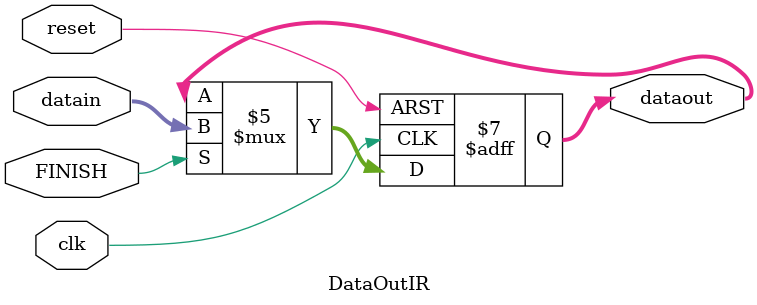
<source format=sv>
module DataOutIR(
                input logic clk,
                input logic reset,
				input logic [31:0] datain,
				input logic FINISH,
				
				output logic [31:0] dataout);
	
	
    always_ff @(posedge clk, negedge reset)
	    begin
        if(~reset)
           		dataout <= 0;
        else if(FINISH == 1)
                dataout <= datain;
        else
                dataout <= dataout;			
		end	
			
			
endmodule 
</source>
